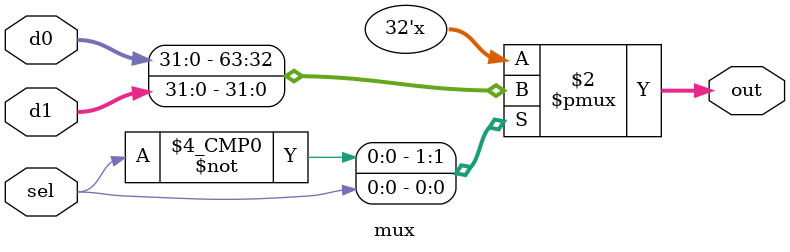
<source format=sv>
module mux #(
	parameter WIDTH = 32
	)(
    output logic [WIDTH-1:0] out,
	input logic sel,
	input logic [WIDTH-1:0] d0,
	input logic [WIDTH-1:0] d1
	);
	always_comb begin
	   case(sel)
	   1'b0: out = d0;
	   1'b1: out = d1;
	   endcase
   end
endmodule
/*
module mux #(
	parameter N_SEL = 1, WIDTH = 32
	)(
	output logic [WIDTH-1:0] out,
	input logic [N_SEL-1:0] sel,
	input logic [WIDTH-1:0] d_in [2^N_SEL-1:0]
	);

	always_comb begin
		out = d_in[sel];
	end
endmodule
*/
</source>
